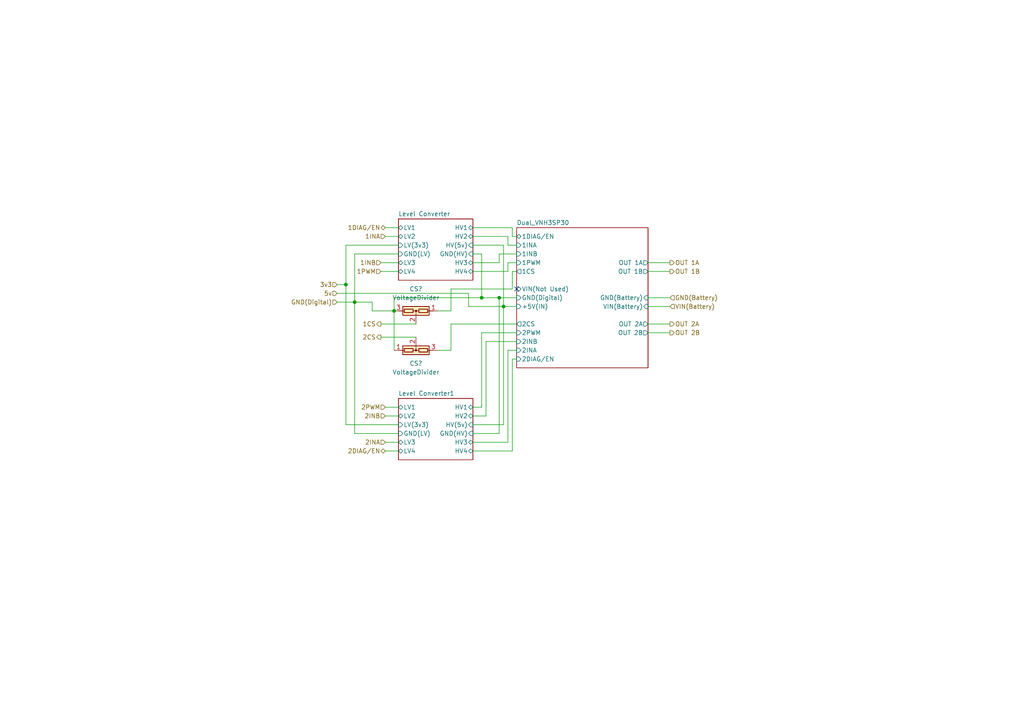
<source format=kicad_sch>
(kicad_sch (version 20211123) (generator eeschema)
  (paper "A4")
  (lib_symbols
    (symbol "Device:VoltageDivider" (pin_names (offset 0) hide)
      (property "Reference" "RN" (at -4.445 0 90))
      (property "Value" "VoltageDivider" (at -2.54 0 90))
      (symbol "VoltageDivider_0_1"
        (rectangle (start -1.27 -3.81) (end 1.27 3.81) (stroke (width 0.254)) (fill (type background)))
        (rectangle (start -0.508 -3.3782) (end 0.508 -0.8382) (stroke (width 0.254)))
        (rectangle (start -0.508 3.3782) (end 0.508 0.8382) (stroke (width 0.254)))
        (polyline (pts (xy 0 -5.08) (xy 0 -3.429)))
        (polyline (pts (xy 0 0.889) (xy 0 -0.889)))
        (polyline (pts (xy 0 5.08) (xy 0 3.3782)))
        (polyline (pts (xy 1.27 0) (xy 0 0)))
        (circle (center 0 0.0254) (radius 0.254) (fill (type outline)))
      )
      (symbol "VoltageDivider_1_1"
        (pin passive line (at 0 6.35 270) (length 2.54) (name "~") (number "1"))
        (pin passive line (at 3.81 0 180) (length 2.54) (name "~") (number "2"))
        (pin passive line (at 0 -6.35 90) (length 2.54) (name "~") (number "3"))
      )
    )
  )
  (junction (at 114.3 90.17))
  (junction (at 146.05 88.9))
  (junction (at 139.7 86.36))
  (junction (at 100.33 82.55))
  (junction (at 102.87 87.63))
  (junction (at 144.78 86.36))
  (no_connect (at 149.86 83.82))
  (wire (pts (xy 97.79 87.63) (xy 102.87 87.63)))
  (wire (pts (xy 148.59 104.14) (xy 149.86 104.14)))
  (wire (pts (xy 110.49 97.79) (xy 120.65 97.79)))
  (wire (pts (xy 140.97 99.06) (xy 140.97 120.65)))
  (wire (pts (xy 149.86 99.06) (xy 140.97 99.06)))
  (wire (pts (xy 107.95 87.63) (xy 107.95 90.17)))
  (wire (pts (xy 100.33 123.19) (xy 100.33 82.55)))
  (wire (pts (xy 114.3 90.17) (xy 114.3 86.36)))
  (wire (pts (xy 146.05 123.19) (xy 146.05 88.9)))
  (wire (pts (xy 139.7 118.11) (xy 137.16 118.11)))
  (wire (pts (xy 110.49 93.98) (xy 120.65 93.98)))
  (wire (pts (xy 139.7 96.52) (xy 139.7 118.11)))
  (wire (pts (xy 107.95 90.17) (xy 114.3 90.17)))
  (wire (pts (xy 135.89 85.09) (xy 135.89 88.9)))
  (wire (pts (xy 147.32 76.2) (xy 147.32 78.74)))
  (wire (pts (xy 144.78 86.36) (xy 139.7 86.36)))
  (wire (pts (xy 149.86 93.98) (xy 130.81 93.98)))
  (wire (pts (xy 111.76 66.04) (xy 115.57 66.04)))
  (wire (pts (xy 148.59 68.58) (xy 148.59 66.04)))
  (wire (pts (xy 111.76 120.65) (xy 115.57 120.65)))
  (wire (pts (xy 149.86 78.74) (xy 148.59 78.74)))
  (wire (pts (xy 187.96 78.74) (xy 194.31 78.74)))
  (wire (pts (xy 115.57 73.66) (xy 102.87 73.66)))
  (wire (pts (xy 102.87 125.73) (xy 102.87 87.63)))
  (wire (pts (xy 110.49 76.2) (xy 115.57 76.2)))
  (wire (pts (xy 149.86 68.58) (xy 148.59 68.58)))
  (wire (pts (xy 140.97 120.65) (xy 137.16 120.65)))
  (wire (pts (xy 147.32 71.12) (xy 147.32 68.58)))
  (wire (pts (xy 146.05 71.12) (xy 137.16 71.12)))
  (wire (pts (xy 148.59 78.74) (xy 148.59 83.82)))
  (wire (pts (xy 130.81 93.98) (xy 130.81 101.6)))
  (wire (pts (xy 144.78 86.36) (xy 144.78 125.73)))
  (wire (pts (xy 111.76 68.58) (xy 115.57 68.58)))
  (wire (pts (xy 137.16 125.73) (xy 144.78 125.73)))
  (wire (pts (xy 100.33 82.55) (xy 100.33 71.12)))
  (wire (pts (xy 149.86 71.12) (xy 147.32 71.12)))
  (wire (pts (xy 102.87 73.66) (xy 102.87 87.63)))
  (wire (pts (xy 144.78 73.66) (xy 144.78 76.2)))
  (wire (pts (xy 149.86 76.2) (xy 147.32 76.2)))
  (wire (pts (xy 115.57 125.73) (xy 102.87 125.73)))
  (wire (pts (xy 146.05 88.9) (xy 146.05 71.12)))
  (wire (pts (xy 148.59 130.81) (xy 148.59 104.14)))
  (wire (pts (xy 102.87 87.63) (xy 107.95 87.63)))
  (wire (pts (xy 149.86 86.36) (xy 144.78 86.36)))
  (wire (pts (xy 97.79 85.09) (xy 135.89 85.09)))
  (wire (pts (xy 144.78 76.2) (xy 137.16 76.2)))
  (wire (pts (xy 149.86 96.52) (xy 139.7 96.52)))
  (wire (pts (xy 111.76 130.81) (xy 115.57 130.81)))
  (wire (pts (xy 130.81 90.17) (xy 127 90.17)))
  (wire (pts (xy 147.32 128.27) (xy 147.32 101.6)))
  (wire (pts (xy 111.76 128.27) (xy 115.57 128.27)))
  (wire (pts (xy 147.32 78.74) (xy 137.16 78.74)))
  (wire (pts (xy 110.49 78.74) (xy 115.57 78.74)))
  (wire (pts (xy 137.16 128.27) (xy 147.32 128.27)))
  (wire (pts (xy 111.76 118.11) (xy 115.57 118.11)))
  (wire (pts (xy 97.79 82.55) (xy 100.33 82.55)))
  (wire (pts (xy 114.3 90.17) (xy 114.3 101.6)))
  (wire (pts (xy 187.96 86.36) (xy 194.31 86.36)))
  (wire (pts (xy 149.86 73.66) (xy 144.78 73.66)))
  (wire (pts (xy 115.57 123.19) (xy 100.33 123.19)))
  (wire (pts (xy 114.3 86.36) (xy 139.7 86.36)))
  (wire (pts (xy 147.32 101.6) (xy 149.86 101.6)))
  (wire (pts (xy 130.81 101.6) (xy 127 101.6)))
  (wire (pts (xy 187.96 76.2) (xy 194.31 76.2)))
  (wire (pts (xy 148.59 83.82) (xy 130.81 83.82)))
  (wire (pts (xy 137.16 68.58) (xy 147.32 68.58)))
  (wire (pts (xy 130.81 83.82) (xy 130.81 90.17)))
  (wire (pts (xy 137.16 130.81) (xy 148.59 130.81)))
  (wire (pts (xy 139.7 73.66) (xy 139.7 86.36)))
  (wire (pts (xy 137.16 123.19) (xy 146.05 123.19)))
  (wire (pts (xy 149.86 88.9) (xy 146.05 88.9)))
  (wire (pts (xy 100.33 71.12) (xy 115.57 71.12)))
  (wire (pts (xy 148.59 66.04) (xy 137.16 66.04)))
  (wire (pts (xy 187.96 88.9) (xy 194.31 88.9)))
  (wire (pts (xy 137.16 73.66) (xy 139.7 73.66)))
  (wire (pts (xy 187.96 96.52) (xy 194.31 96.52)))
  (wire (pts (xy 135.89 88.9) (xy 146.05 88.9)))
  (wire (pts (xy 187.96 93.98) (xy 194.31 93.98)))
  (hierarchical_label "GND(Battery)" (shape input) (at 194.31 86.36 0))
  (hierarchical_label "VIN(Battery)" (shape input) (at 194.31 88.9 0))
  (hierarchical_label "2INB" (shape input) (at 111.76 120.65 180))
  (hierarchical_label "OUT 1A" (shape output) (at 194.31 76.2 0))
  (hierarchical_label "1CS" (shape output) (at 110.49 93.98 180))
  (hierarchical_label "2CS" (shape output) (at 110.49 97.79 180))
  (hierarchical_label "1DIAG{slash}EN" (shape bidirectional) (at 111.76 66.04 180))
  (hierarchical_label "3v3" (shape input) (at 97.79 82.55 180))
  (hierarchical_label "1INB" (shape input) (at 110.49 76.2 180))
  (hierarchical_label "GND(Digital)" (shape input) (at 97.79 87.63 180))
  (hierarchical_label "OUT 1B" (shape output) (at 194.31 78.74 0))
  (hierarchical_label "2PWM" (shape input) (at 111.76 118.11 180))
  (hierarchical_label "2INA" (shape input) (at 111.76 128.27 180))
  (hierarchical_label "OUT 2A" (shape output) (at 194.31 93.98 0))
  (hierarchical_label "OUT 2B" (shape output) (at 194.31 96.52 0))
  (hierarchical_label "1PWM" (shape input) (at 110.49 78.74 180))
  (hierarchical_label "2DIAG{slash}EN" (shape bidirectional) (at 111.76 130.81 180))
  (hierarchical_label "5v" (shape input) (at 97.79 85.09 180))
  (hierarchical_label "1INA" (shape input) (at 111.76 68.58 180))
  (symbol (lib_id "Device:VoltageDivider") (at 120.65 90.17 270) (unit 1)
    (property "Reference" "CS?" (at 120.65 83.82 90))
    (property "Value" "VoltageDivider" (at 120.65 86.36 90))
  )
  (symbol (lib_id "Device:VoltageDivider") (at 120.65 101.6 90) (unit 1)
    (property "Reference" "CS?" (at 120.65 105.41 90))
    (property "Value" "VoltageDivider" (at 120.65 107.95 90))
  )
  (sheet (at 115.57 115.57) (size 21.59 17.78) (stroke (width 0.1524))
    (property "Sheet name" "Level Converter1" (at 115.57 114.8584 0) (effects (justify left bottom)))
    (property "Sheet file" "levelConverter.kicad_sch" (effects hide))
    (pin "GND(HV)" input (at 137.16 125.73 0))
    (pin "HV(5v)" input (at 137.16 123.19 0))
    (pin "GND(LV)" input (at 115.57 125.73 180))
    (pin "LV(3v3)" input (at 115.57 123.19 180))
    (pin "LV1" bidirectional (at 115.57 118.11 180))
    (pin "LV4" bidirectional (at 115.57 130.81 180))
    (pin "LV3" bidirectional (at 115.57 128.27 180))
    (pin "LV2" bidirectional (at 115.57 120.65 180))
    (pin "HV1" bidirectional (at 137.16 118.11 0))
    (pin "HV3" bidirectional (at 137.16 128.27 0))
    (pin "HV2" bidirectional (at 137.16 120.65 0))
    (pin "HV4" bidirectional (at 137.16 130.81 0))
  )
  (sheet (at 149.86 66.04) (size 38.1 40.64) (stroke (width 0.1524))
    (property "Sheet name" "Dual_VNH3SP30" (at 149.86 65.3284 0) (effects (justify left bottom)))
    (property "Sheet file" "Dual_VNH3SP30.kicad_sch" (effects hide))
    (pin "GND(Digital)" input (at 149.86 86.36 180))
    (pin "+5V(IN)" input (at 149.86 88.9 180))
    (pin "1INA" input (at 149.86 71.12 180))
    (pin "1INB" input (at 149.86 73.66 180))
    (pin "1DIAG{slash}EN" bidirectional (at 149.86 68.58 180))
    (pin "1PWM" input (at 149.86 76.2 180))
    (pin "1CS" output (at 149.86 78.74 180))
    (pin "VIN(Not Used)" input (at 149.86 83.82 180))
    (pin "2INA" input (at 149.86 101.6 180))
    (pin "2PWM" input (at 149.86 96.52 180))
    (pin "2DIAG{slash}EN" input (at 149.86 104.14 180))
    (pin "2INB" input (at 149.86 99.06 180))
    (pin "2CS" output (at 149.86 93.98 180))
    (pin "OUT 2A" output (at 187.96 93.98 0))
    (pin "OUT 2B" output (at 187.96 96.52 0))
    (pin "GND(Battery)" input (at 187.96 86.36 0))
    (pin "OUT 1A" output (at 187.96 76.2 0))
    (pin "VIN(Battery)" input (at 187.96 88.9 0))
    (pin "OUT 1B" output (at 187.96 78.74 0))
  )
  (sheet (at 115.57 63.5) (size 21.59 17.78) (stroke (width 0.1524))
    (property "Sheet name" "Level Converter" (at 115.57 62.7884 0) (effects (justify left bottom)))
    (property "Sheet file" "levelConverter.kicad_sch" (effects hide))
    (pin "GND(HV)" input (at 137.16 73.66 0))
    (pin "HV(5v)" input (at 137.16 71.12 0))
    (pin "GND(LV)" input (at 115.57 73.66 180))
    (pin "LV(3v3)" input (at 115.57 71.12 180))
    (pin "LV1" bidirectional (at 115.57 66.04 180))
    (pin "LV4" bidirectional (at 115.57 78.74 180))
    (pin "LV3" bidirectional (at 115.57 76.2 180))
    (pin "LV2" bidirectional (at 115.57 68.58 180))
    (pin "HV1" bidirectional (at 137.16 66.04 0))
    (pin "HV3" bidirectional (at 137.16 76.2 0))
    (pin "HV2" bidirectional (at 137.16 68.58 0))
    (pin "HV4" bidirectional (at 137.16 78.74 0))
  )
)
</source>
